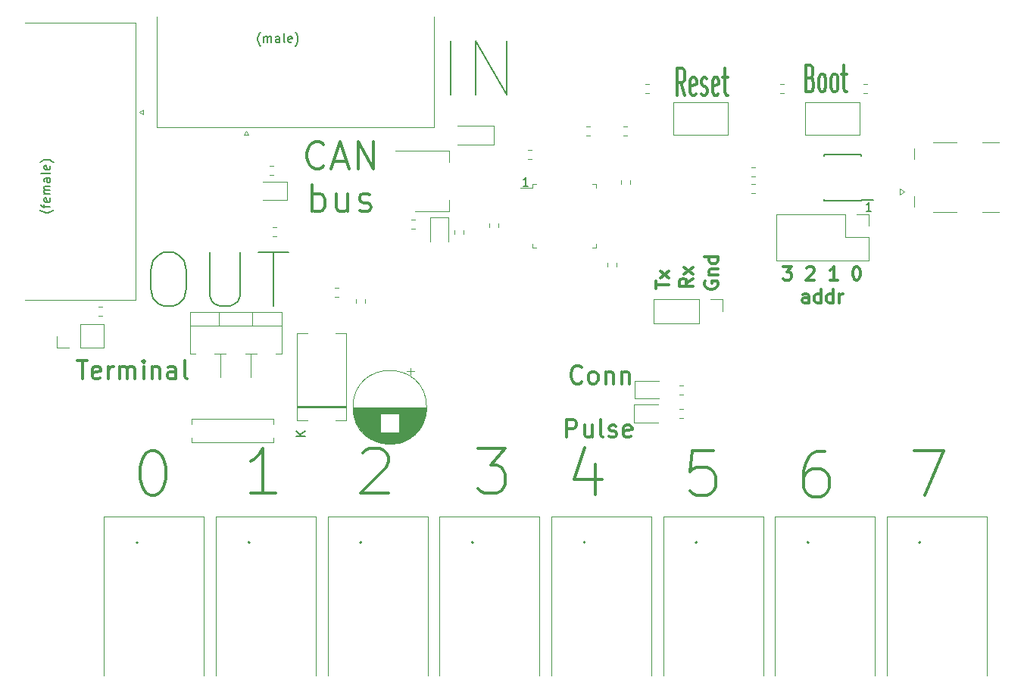
<source format=gbr>
G04 #@! TF.GenerationSoftware,KiCad,Pcbnew,(6.0.0-rc1-dev-1613-ga55d9819b)*
G04 #@! TF.CreationDate,2019-06-13T11:48:21+03:00
G04 #@! TF.ProjectId,stm32,73746d33-322e-46b6-9963-61645f706362,rev?*
G04 #@! TF.SameCoordinates,Original*
G04 #@! TF.FileFunction,Legend,Top*
G04 #@! TF.FilePolarity,Positive*
%FSLAX46Y46*%
G04 Gerber Fmt 4.6, Leading zero omitted, Abs format (unit mm)*
G04 Created by KiCad (PCBNEW (6.0.0-rc1-dev-1613-ga55d9819b)) date Чт 13 июн 2019 11:48:21*
%MOMM*%
%LPD*%
G04 APERTURE LIST*
%ADD10C,0.150000*%
%ADD11C,0.300000*%
%ADD12C,0.120000*%
%ADD13C,0.200000*%
G04 APERTURE END LIST*
D10*
X119665714Y-87828380D02*
X119094285Y-87828380D01*
X119380000Y-87828380D02*
X119380000Y-86828380D01*
X119284761Y-86971238D01*
X119189523Y-87066476D01*
X119094285Y-87114095D01*
X81311714Y-85034380D02*
X80740285Y-85034380D01*
X81026000Y-85034380D02*
X81026000Y-84034380D01*
X80930761Y-84177238D01*
X80835523Y-84272476D01*
X80740285Y-84320095D01*
X51387619Y-69362533D02*
X51340000Y-69314914D01*
X51244761Y-69172057D01*
X51197142Y-69076819D01*
X51149523Y-68933961D01*
X51101904Y-68695866D01*
X51101904Y-68505390D01*
X51149523Y-68267295D01*
X51197142Y-68124438D01*
X51244761Y-68029200D01*
X51340000Y-67886342D01*
X51387619Y-67838723D01*
X51768571Y-68981580D02*
X51768571Y-68314914D01*
X51768571Y-68410152D02*
X51816190Y-68362533D01*
X51911428Y-68314914D01*
X52054285Y-68314914D01*
X52149523Y-68362533D01*
X52197142Y-68457771D01*
X52197142Y-68981580D01*
X52197142Y-68457771D02*
X52244761Y-68362533D01*
X52340000Y-68314914D01*
X52482857Y-68314914D01*
X52578095Y-68362533D01*
X52625714Y-68457771D01*
X52625714Y-68981580D01*
X53530476Y-68981580D02*
X53530476Y-68457771D01*
X53482857Y-68362533D01*
X53387619Y-68314914D01*
X53197142Y-68314914D01*
X53101904Y-68362533D01*
X53530476Y-68933961D02*
X53435238Y-68981580D01*
X53197142Y-68981580D01*
X53101904Y-68933961D01*
X53054285Y-68838723D01*
X53054285Y-68743485D01*
X53101904Y-68648247D01*
X53197142Y-68600628D01*
X53435238Y-68600628D01*
X53530476Y-68553009D01*
X54149523Y-68981580D02*
X54054285Y-68933961D01*
X54006666Y-68838723D01*
X54006666Y-67981580D01*
X54911428Y-68933961D02*
X54816190Y-68981580D01*
X54625714Y-68981580D01*
X54530476Y-68933961D01*
X54482857Y-68838723D01*
X54482857Y-68457771D01*
X54530476Y-68362533D01*
X54625714Y-68314914D01*
X54816190Y-68314914D01*
X54911428Y-68362533D01*
X54959047Y-68457771D01*
X54959047Y-68553009D01*
X54482857Y-68648247D01*
X55292380Y-69362533D02*
X55340000Y-69314914D01*
X55435238Y-69172057D01*
X55482857Y-69076819D01*
X55530476Y-68933961D01*
X55578095Y-68695866D01*
X55578095Y-68505390D01*
X55530476Y-68267295D01*
X55482857Y-68124438D01*
X55435238Y-68029200D01*
X55340000Y-67886342D01*
X55292380Y-67838723D01*
X28265333Y-87705866D02*
X28217714Y-87753485D01*
X28074857Y-87848723D01*
X27979619Y-87896342D01*
X27836761Y-87943961D01*
X27598666Y-87991580D01*
X27408190Y-87991580D01*
X27170095Y-87943961D01*
X27027238Y-87896342D01*
X26932000Y-87848723D01*
X26789142Y-87753485D01*
X26741523Y-87705866D01*
X27217714Y-87467771D02*
X27217714Y-87086819D01*
X27884380Y-87324914D02*
X27027238Y-87324914D01*
X26932000Y-87277295D01*
X26884380Y-87182057D01*
X26884380Y-87086819D01*
X27836761Y-86372533D02*
X27884380Y-86467771D01*
X27884380Y-86658247D01*
X27836761Y-86753485D01*
X27741523Y-86801104D01*
X27360571Y-86801104D01*
X27265333Y-86753485D01*
X27217714Y-86658247D01*
X27217714Y-86467771D01*
X27265333Y-86372533D01*
X27360571Y-86324914D01*
X27455809Y-86324914D01*
X27551047Y-86801104D01*
X27884380Y-85896342D02*
X27217714Y-85896342D01*
X27312952Y-85896342D02*
X27265333Y-85848723D01*
X27217714Y-85753485D01*
X27217714Y-85610628D01*
X27265333Y-85515390D01*
X27360571Y-85467771D01*
X27884380Y-85467771D01*
X27360571Y-85467771D02*
X27265333Y-85420152D01*
X27217714Y-85324914D01*
X27217714Y-85182057D01*
X27265333Y-85086819D01*
X27360571Y-85039200D01*
X27884380Y-85039200D01*
X27884380Y-84134438D02*
X27360571Y-84134438D01*
X27265333Y-84182057D01*
X27217714Y-84277295D01*
X27217714Y-84467771D01*
X27265333Y-84563009D01*
X27836761Y-84134438D02*
X27884380Y-84229676D01*
X27884380Y-84467771D01*
X27836761Y-84563009D01*
X27741523Y-84610628D01*
X27646285Y-84610628D01*
X27551047Y-84563009D01*
X27503428Y-84467771D01*
X27503428Y-84229676D01*
X27455809Y-84134438D01*
X27884380Y-83515390D02*
X27836761Y-83610628D01*
X27741523Y-83658247D01*
X26884380Y-83658247D01*
X27836761Y-82753485D02*
X27884380Y-82848723D01*
X27884380Y-83039200D01*
X27836761Y-83134438D01*
X27741523Y-83182057D01*
X27360571Y-83182057D01*
X27265333Y-83134438D01*
X27217714Y-83039200D01*
X27217714Y-82848723D01*
X27265333Y-82753485D01*
X27360571Y-82705866D01*
X27455809Y-82705866D01*
X27551047Y-83182057D01*
X28265333Y-82372533D02*
X28217714Y-82324914D01*
X28074857Y-82229676D01*
X27979619Y-82182057D01*
X27836761Y-82134438D01*
X27598666Y-82086819D01*
X27408190Y-82086819D01*
X27170095Y-82134438D01*
X27027238Y-82182057D01*
X26932000Y-82229676D01*
X26789142Y-82324914D01*
X26741523Y-82372533D01*
X40545500Y-92472285D02*
X41688357Y-92472285D01*
X42259785Y-92758000D01*
X42831214Y-93329428D01*
X43116928Y-94472285D01*
X43116928Y-96472285D01*
X42831214Y-97615142D01*
X42259785Y-98186571D01*
X41688357Y-98472285D01*
X40545500Y-98472285D01*
X39974071Y-98186571D01*
X39402642Y-97615142D01*
X39116928Y-96472285D01*
X39116928Y-94472285D01*
X39402642Y-93329428D01*
X39974071Y-92758000D01*
X40545500Y-92472285D01*
X45688357Y-92472285D02*
X45688357Y-97329428D01*
X45974071Y-97900857D01*
X46259785Y-98186571D01*
X46831214Y-98472285D01*
X47974071Y-98472285D01*
X48545500Y-98186571D01*
X48831214Y-97900857D01*
X49116928Y-97329428D01*
X49116928Y-92472285D01*
X51116928Y-92472285D02*
X54545500Y-92472285D01*
X52831214Y-98472285D02*
X52831214Y-92472285D01*
X72612642Y-74850285D02*
X72612642Y-68850285D01*
X75469785Y-74850285D02*
X75469785Y-68850285D01*
X78898357Y-74850285D01*
X78898357Y-68850285D01*
D11*
X87312761Y-106949785D02*
X87217523Y-107045023D01*
X86931809Y-107140261D01*
X86741333Y-107140261D01*
X86455619Y-107045023D01*
X86265142Y-106854547D01*
X86169904Y-106664071D01*
X86074666Y-106283119D01*
X86074666Y-105997404D01*
X86169904Y-105616452D01*
X86265142Y-105425976D01*
X86455619Y-105235500D01*
X86741333Y-105140261D01*
X86931809Y-105140261D01*
X87217523Y-105235500D01*
X87312761Y-105330738D01*
X88455619Y-107140261D02*
X88265142Y-107045023D01*
X88169904Y-106949785D01*
X88074666Y-106759309D01*
X88074666Y-106187880D01*
X88169904Y-105997404D01*
X88265142Y-105902166D01*
X88455619Y-105806928D01*
X88741333Y-105806928D01*
X88931809Y-105902166D01*
X89027047Y-105997404D01*
X89122285Y-106187880D01*
X89122285Y-106759309D01*
X89027047Y-106949785D01*
X88931809Y-107045023D01*
X88741333Y-107140261D01*
X88455619Y-107140261D01*
X89979428Y-105806928D02*
X89979428Y-107140261D01*
X89979428Y-105997404D02*
X90074666Y-105902166D01*
X90265142Y-105806928D01*
X90550857Y-105806928D01*
X90741333Y-105902166D01*
X90836571Y-106092642D01*
X90836571Y-107140261D01*
X91788952Y-105806928D02*
X91788952Y-107140261D01*
X91788952Y-105997404D02*
X91884190Y-105902166D01*
X92074666Y-105806928D01*
X92360380Y-105806928D01*
X92550857Y-105902166D01*
X92646095Y-106092642D01*
X92646095Y-107140261D01*
X85598452Y-113109261D02*
X85598452Y-111109261D01*
X86360357Y-111109261D01*
X86550833Y-111204500D01*
X86646071Y-111299738D01*
X86741309Y-111490214D01*
X86741309Y-111775928D01*
X86646071Y-111966404D01*
X86550833Y-112061642D01*
X86360357Y-112156880D01*
X85598452Y-112156880D01*
X88455595Y-111775928D02*
X88455595Y-113109261D01*
X87598452Y-111775928D02*
X87598452Y-112823547D01*
X87693690Y-113014023D01*
X87884166Y-113109261D01*
X88169880Y-113109261D01*
X88360357Y-113014023D01*
X88455595Y-112918785D01*
X89693690Y-113109261D02*
X89503214Y-113014023D01*
X89407976Y-112823547D01*
X89407976Y-111109261D01*
X90360357Y-113014023D02*
X90550833Y-113109261D01*
X90931785Y-113109261D01*
X91122261Y-113014023D01*
X91217500Y-112823547D01*
X91217500Y-112728309D01*
X91122261Y-112537833D01*
X90931785Y-112442595D01*
X90646071Y-112442595D01*
X90455595Y-112347357D01*
X90360357Y-112156880D01*
X90360357Y-112061642D01*
X90455595Y-111871166D01*
X90646071Y-111775928D01*
X90931785Y-111775928D01*
X91122261Y-111871166D01*
X92836547Y-113014023D02*
X92646071Y-113109261D01*
X92265119Y-113109261D01*
X92074642Y-113014023D01*
X91979404Y-112823547D01*
X91979404Y-112061642D01*
X92074642Y-111871166D01*
X92265119Y-111775928D01*
X92646071Y-111775928D01*
X92836547Y-111871166D01*
X92931785Y-112061642D01*
X92931785Y-112252119D01*
X91979404Y-112442595D01*
X109815857Y-94042571D02*
X110744428Y-94042571D01*
X110244428Y-94614000D01*
X110458714Y-94614000D01*
X110601571Y-94685428D01*
X110673000Y-94756857D01*
X110744428Y-94899714D01*
X110744428Y-95256857D01*
X110673000Y-95399714D01*
X110601571Y-95471142D01*
X110458714Y-95542571D01*
X110030142Y-95542571D01*
X109887285Y-95471142D01*
X109815857Y-95399714D01*
X112458714Y-94185428D02*
X112530142Y-94114000D01*
X112673000Y-94042571D01*
X113030142Y-94042571D01*
X113173000Y-94114000D01*
X113244428Y-94185428D01*
X113315857Y-94328285D01*
X113315857Y-94471142D01*
X113244428Y-94685428D01*
X112387285Y-95542571D01*
X113315857Y-95542571D01*
X115887285Y-95542571D02*
X115030142Y-95542571D01*
X115458714Y-95542571D02*
X115458714Y-94042571D01*
X115315857Y-94256857D01*
X115173000Y-94399714D01*
X115030142Y-94471142D01*
X117958714Y-94042571D02*
X118101571Y-94042571D01*
X118244428Y-94114000D01*
X118315857Y-94185428D01*
X118387285Y-94328285D01*
X118458714Y-94614000D01*
X118458714Y-94971142D01*
X118387285Y-95256857D01*
X118315857Y-95399714D01*
X118244428Y-95471142D01*
X118101571Y-95542571D01*
X117958714Y-95542571D01*
X117815857Y-95471142D01*
X117744428Y-95399714D01*
X117673000Y-95256857D01*
X117601571Y-94971142D01*
X117601571Y-94614000D01*
X117673000Y-94328285D01*
X117744428Y-94185428D01*
X117815857Y-94114000D01*
X117958714Y-94042571D01*
X112673000Y-98092571D02*
X112673000Y-97306857D01*
X112601571Y-97164000D01*
X112458714Y-97092571D01*
X112173000Y-97092571D01*
X112030142Y-97164000D01*
X112673000Y-98021142D02*
X112530142Y-98092571D01*
X112173000Y-98092571D01*
X112030142Y-98021142D01*
X111958714Y-97878285D01*
X111958714Y-97735428D01*
X112030142Y-97592571D01*
X112173000Y-97521142D01*
X112530142Y-97521142D01*
X112673000Y-97449714D01*
X114030142Y-98092571D02*
X114030142Y-96592571D01*
X114030142Y-98021142D02*
X113887285Y-98092571D01*
X113601571Y-98092571D01*
X113458714Y-98021142D01*
X113387285Y-97949714D01*
X113315857Y-97806857D01*
X113315857Y-97378285D01*
X113387285Y-97235428D01*
X113458714Y-97164000D01*
X113601571Y-97092571D01*
X113887285Y-97092571D01*
X114030142Y-97164000D01*
X115387285Y-98092571D02*
X115387285Y-96592571D01*
X115387285Y-98021142D02*
X115244428Y-98092571D01*
X114958714Y-98092571D01*
X114815857Y-98021142D01*
X114744428Y-97949714D01*
X114673000Y-97806857D01*
X114673000Y-97378285D01*
X114744428Y-97235428D01*
X114815857Y-97164000D01*
X114958714Y-97092571D01*
X115244428Y-97092571D01*
X115387285Y-97164000D01*
X116101571Y-98092571D02*
X116101571Y-97092571D01*
X116101571Y-97378285D02*
X116173000Y-97235428D01*
X116244428Y-97164000D01*
X116387285Y-97092571D01*
X116530142Y-97092571D01*
X58459928Y-82808928D02*
X58317071Y-82951785D01*
X57888500Y-83094642D01*
X57602785Y-83094642D01*
X57174214Y-82951785D01*
X56888500Y-82666071D01*
X56745642Y-82380357D01*
X56602785Y-81808928D01*
X56602785Y-81380357D01*
X56745642Y-80808928D01*
X56888500Y-80523214D01*
X57174214Y-80237500D01*
X57602785Y-80094642D01*
X57888500Y-80094642D01*
X58317071Y-80237500D01*
X58459928Y-80380357D01*
X59602785Y-82237500D02*
X61031357Y-82237500D01*
X59317071Y-83094642D02*
X60317071Y-80094642D01*
X61317071Y-83094642D01*
X62317071Y-83094642D02*
X62317071Y-80094642D01*
X64031357Y-83094642D01*
X64031357Y-80094642D01*
X57174214Y-87894642D02*
X57174214Y-84894642D01*
X57174214Y-86037500D02*
X57459928Y-85894642D01*
X58031357Y-85894642D01*
X58317071Y-86037500D01*
X58459928Y-86180357D01*
X58602785Y-86466071D01*
X58602785Y-87323214D01*
X58459928Y-87608928D01*
X58317071Y-87751785D01*
X58031357Y-87894642D01*
X57459928Y-87894642D01*
X57174214Y-87751785D01*
X61174214Y-85894642D02*
X61174214Y-87894642D01*
X59888500Y-85894642D02*
X59888500Y-87466071D01*
X60031357Y-87751785D01*
X60317071Y-87894642D01*
X60745642Y-87894642D01*
X61031357Y-87751785D01*
X61174214Y-87608928D01*
X62459928Y-87751785D02*
X62745642Y-87894642D01*
X63317071Y-87894642D01*
X63602785Y-87751785D01*
X63745642Y-87466071D01*
X63745642Y-87323214D01*
X63602785Y-87037500D01*
X63317071Y-86894642D01*
X62888500Y-86894642D01*
X62602785Y-86751785D01*
X62459928Y-86466071D01*
X62459928Y-86323214D01*
X62602785Y-86037500D01*
X62888500Y-85894642D01*
X63317071Y-85894642D01*
X63602785Y-86037500D01*
X30893523Y-104568761D02*
X32036380Y-104568761D01*
X31464952Y-106568761D02*
X31464952Y-104568761D01*
X33464952Y-106473523D02*
X33274476Y-106568761D01*
X32893523Y-106568761D01*
X32703047Y-106473523D01*
X32607809Y-106283047D01*
X32607809Y-105521142D01*
X32703047Y-105330666D01*
X32893523Y-105235428D01*
X33274476Y-105235428D01*
X33464952Y-105330666D01*
X33560190Y-105521142D01*
X33560190Y-105711619D01*
X32607809Y-105902095D01*
X34417333Y-106568761D02*
X34417333Y-105235428D01*
X34417333Y-105616380D02*
X34512571Y-105425904D01*
X34607809Y-105330666D01*
X34798285Y-105235428D01*
X34988761Y-105235428D01*
X35655428Y-106568761D02*
X35655428Y-105235428D01*
X35655428Y-105425904D02*
X35750666Y-105330666D01*
X35941142Y-105235428D01*
X36226857Y-105235428D01*
X36417333Y-105330666D01*
X36512571Y-105521142D01*
X36512571Y-106568761D01*
X36512571Y-105521142D02*
X36607809Y-105330666D01*
X36798285Y-105235428D01*
X37084000Y-105235428D01*
X37274476Y-105330666D01*
X37369714Y-105521142D01*
X37369714Y-106568761D01*
X38322095Y-106568761D02*
X38322095Y-105235428D01*
X38322095Y-104568761D02*
X38226857Y-104664000D01*
X38322095Y-104759238D01*
X38417333Y-104664000D01*
X38322095Y-104568761D01*
X38322095Y-104759238D01*
X39274476Y-105235428D02*
X39274476Y-106568761D01*
X39274476Y-105425904D02*
X39369714Y-105330666D01*
X39560190Y-105235428D01*
X39845904Y-105235428D01*
X40036380Y-105330666D01*
X40131619Y-105521142D01*
X40131619Y-106568761D01*
X41941142Y-106568761D02*
X41941142Y-105521142D01*
X41845904Y-105330666D01*
X41655428Y-105235428D01*
X41274476Y-105235428D01*
X41084000Y-105330666D01*
X41941142Y-106473523D02*
X41750666Y-106568761D01*
X41274476Y-106568761D01*
X41084000Y-106473523D01*
X40988761Y-106283047D01*
X40988761Y-106092571D01*
X41084000Y-105902095D01*
X41274476Y-105806857D01*
X41750666Y-105806857D01*
X41941142Y-105711619D01*
X43179238Y-106568761D02*
X42988761Y-106473523D01*
X42893523Y-106283047D01*
X42893523Y-104568761D01*
X124444333Y-114609904D02*
X127777666Y-114609904D01*
X125634809Y-119609904D01*
X114490380Y-114736904D02*
X113538000Y-114736904D01*
X113061809Y-114975000D01*
X112823714Y-115213095D01*
X112347523Y-115927380D01*
X112109428Y-116879761D01*
X112109428Y-118784523D01*
X112347523Y-119260714D01*
X112585619Y-119498809D01*
X113061809Y-119736904D01*
X114014190Y-119736904D01*
X114490380Y-119498809D01*
X114728476Y-119260714D01*
X114966571Y-118784523D01*
X114966571Y-117594047D01*
X114728476Y-117117857D01*
X114490380Y-116879761D01*
X114014190Y-116641666D01*
X113061809Y-116641666D01*
X112585619Y-116879761D01*
X112347523Y-117117857D01*
X112109428Y-117594047D01*
X102028476Y-114609904D02*
X99647523Y-114609904D01*
X99409428Y-116990857D01*
X99647523Y-116752761D01*
X100123714Y-116514666D01*
X101314190Y-116514666D01*
X101790380Y-116752761D01*
X102028476Y-116990857D01*
X102266571Y-117467047D01*
X102266571Y-118657523D01*
X102028476Y-119133714D01*
X101790380Y-119371809D01*
X101314190Y-119609904D01*
X100123714Y-119609904D01*
X99647523Y-119371809D01*
X99409428Y-119133714D01*
X88836380Y-116149571D02*
X88836380Y-119482904D01*
X87645904Y-114244809D02*
X86455428Y-117816238D01*
X89550666Y-117816238D01*
X75676333Y-114355904D02*
X78771571Y-114355904D01*
X77104904Y-116260666D01*
X77819190Y-116260666D01*
X78295380Y-116498761D01*
X78533476Y-116736857D01*
X78771571Y-117213047D01*
X78771571Y-118403523D01*
X78533476Y-118879714D01*
X78295380Y-119117809D01*
X77819190Y-119355904D01*
X76390619Y-119355904D01*
X75914428Y-119117809D01*
X75676333Y-118879714D01*
X62833428Y-114832095D02*
X63071523Y-114594000D01*
X63547714Y-114355904D01*
X64738190Y-114355904D01*
X65214380Y-114594000D01*
X65452476Y-114832095D01*
X65690571Y-115308285D01*
X65690571Y-115784476D01*
X65452476Y-116498761D01*
X62595333Y-119355904D01*
X65690571Y-119355904D01*
X53117571Y-119355904D02*
X50260428Y-119355904D01*
X51689000Y-119355904D02*
X51689000Y-114355904D01*
X51212809Y-115070190D01*
X50736619Y-115546380D01*
X50260428Y-115784476D01*
X39131904Y-114609904D02*
X39608095Y-114609904D01*
X40084285Y-114848000D01*
X40322380Y-115086095D01*
X40560476Y-115562285D01*
X40798571Y-116514666D01*
X40798571Y-117705142D01*
X40560476Y-118657523D01*
X40322380Y-119133714D01*
X40084285Y-119371809D01*
X39608095Y-119609904D01*
X39131904Y-119609904D01*
X38655714Y-119371809D01*
X38417619Y-119133714D01*
X38179523Y-118657523D01*
X37941428Y-117705142D01*
X37941428Y-116514666D01*
X38179523Y-115562285D01*
X38417619Y-115086095D01*
X38655714Y-114848000D01*
X39131904Y-114609904D01*
X95571571Y-96513714D02*
X95571571Y-95656571D01*
X97071571Y-96085142D02*
X95571571Y-96085142D01*
X97071571Y-95299428D02*
X96071571Y-94513714D01*
X96071571Y-95299428D02*
X97071571Y-94513714D01*
X99738571Y-95366857D02*
X99024285Y-95866857D01*
X99738571Y-96224000D02*
X98238571Y-96224000D01*
X98238571Y-95652571D01*
X98310000Y-95509714D01*
X98381428Y-95438285D01*
X98524285Y-95366857D01*
X98738571Y-95366857D01*
X98881428Y-95438285D01*
X98952857Y-95509714D01*
X99024285Y-95652571D01*
X99024285Y-96224000D01*
X99738571Y-94866857D02*
X98738571Y-94081142D01*
X98738571Y-94866857D02*
X99738571Y-94081142D01*
X101104000Y-95680285D02*
X101032571Y-95823142D01*
X101032571Y-96037428D01*
X101104000Y-96251714D01*
X101246857Y-96394571D01*
X101389714Y-96466000D01*
X101675428Y-96537428D01*
X101889714Y-96537428D01*
X102175428Y-96466000D01*
X102318285Y-96394571D01*
X102461142Y-96251714D01*
X102532571Y-96037428D01*
X102532571Y-95894571D01*
X102461142Y-95680285D01*
X102389714Y-95608857D01*
X101889714Y-95608857D01*
X101889714Y-95894571D01*
X101532571Y-94966000D02*
X102532571Y-94966000D01*
X101675428Y-94966000D02*
X101604000Y-94894571D01*
X101532571Y-94751714D01*
X101532571Y-94537428D01*
X101604000Y-94394571D01*
X101746857Y-94323142D01*
X102532571Y-94323142D01*
X102532571Y-92966000D02*
X101032571Y-92966000D01*
X102461142Y-92966000D02*
X102532571Y-93108857D01*
X102532571Y-93394571D01*
X102461142Y-93537428D01*
X102389714Y-93608857D01*
X102246857Y-93680285D01*
X101818285Y-93680285D01*
X101675428Y-93608857D01*
X101604000Y-93537428D01*
X101532571Y-93394571D01*
X101532571Y-93108857D01*
X101604000Y-92966000D01*
X98853857Y-74890142D02*
X98353857Y-73461571D01*
X97996714Y-74890142D02*
X97996714Y-71890142D01*
X98568142Y-71890142D01*
X98711000Y-72033000D01*
X98782428Y-72175857D01*
X98853857Y-72461571D01*
X98853857Y-72890142D01*
X98782428Y-73175857D01*
X98711000Y-73318714D01*
X98568142Y-73461571D01*
X97996714Y-73461571D01*
X100068142Y-74747285D02*
X99925285Y-74890142D01*
X99639571Y-74890142D01*
X99496714Y-74747285D01*
X99425285Y-74461571D01*
X99425285Y-73318714D01*
X99496714Y-73033000D01*
X99639571Y-72890142D01*
X99925285Y-72890142D01*
X100068142Y-73033000D01*
X100139571Y-73318714D01*
X100139571Y-73604428D01*
X99425285Y-73890142D01*
X100711000Y-74747285D02*
X100853857Y-74890142D01*
X101139571Y-74890142D01*
X101282428Y-74747285D01*
X101353857Y-74461571D01*
X101353857Y-74318714D01*
X101282428Y-74033000D01*
X101139571Y-73890142D01*
X100925285Y-73890142D01*
X100782428Y-73747285D01*
X100711000Y-73461571D01*
X100711000Y-73318714D01*
X100782428Y-73033000D01*
X100925285Y-72890142D01*
X101139571Y-72890142D01*
X101282428Y-73033000D01*
X102568142Y-74747285D02*
X102425285Y-74890142D01*
X102139571Y-74890142D01*
X101996714Y-74747285D01*
X101925285Y-74461571D01*
X101925285Y-73318714D01*
X101996714Y-73033000D01*
X102139571Y-72890142D01*
X102425285Y-72890142D01*
X102568142Y-73033000D01*
X102639571Y-73318714D01*
X102639571Y-73604428D01*
X101925285Y-73890142D01*
X103068142Y-72890142D02*
X103639571Y-72890142D01*
X103282428Y-71890142D02*
X103282428Y-74461571D01*
X103353857Y-74747285D01*
X103496714Y-74890142D01*
X103639571Y-74890142D01*
X112875428Y-72937714D02*
X113089714Y-73080571D01*
X113161142Y-73223428D01*
X113232571Y-73509142D01*
X113232571Y-73937714D01*
X113161142Y-74223428D01*
X113089714Y-74366285D01*
X112946857Y-74509142D01*
X112375428Y-74509142D01*
X112375428Y-71509142D01*
X112875428Y-71509142D01*
X113018285Y-71652000D01*
X113089714Y-71794857D01*
X113161142Y-72080571D01*
X113161142Y-72366285D01*
X113089714Y-72652000D01*
X113018285Y-72794857D01*
X112875428Y-72937714D01*
X112375428Y-72937714D01*
X114089714Y-74509142D02*
X113946857Y-74366285D01*
X113875428Y-74223428D01*
X113804000Y-73937714D01*
X113804000Y-73080571D01*
X113875428Y-72794857D01*
X113946857Y-72652000D01*
X114089714Y-72509142D01*
X114304000Y-72509142D01*
X114446857Y-72652000D01*
X114518285Y-72794857D01*
X114589714Y-73080571D01*
X114589714Y-73937714D01*
X114518285Y-74223428D01*
X114446857Y-74366285D01*
X114304000Y-74509142D01*
X114089714Y-74509142D01*
X115446857Y-74509142D02*
X115304000Y-74366285D01*
X115232571Y-74223428D01*
X115161142Y-73937714D01*
X115161142Y-73080571D01*
X115232571Y-72794857D01*
X115304000Y-72652000D01*
X115446857Y-72509142D01*
X115661142Y-72509142D01*
X115804000Y-72652000D01*
X115875428Y-72794857D01*
X115946857Y-73080571D01*
X115946857Y-73937714D01*
X115875428Y-74223428D01*
X115804000Y-74366285D01*
X115661142Y-74509142D01*
X115446857Y-74509142D01*
X116375428Y-72509142D02*
X116946857Y-72509142D01*
X116589714Y-71509142D02*
X116589714Y-74080571D01*
X116661142Y-74366285D01*
X116804000Y-74509142D01*
X116946857Y-74509142D01*
D12*
X69969500Y-109763500D02*
G75*
G03X69969500Y-109763500I-4120000J0D01*
G01*
X69929500Y-109763500D02*
X61769500Y-109763500D01*
X69929500Y-109803500D02*
X61769500Y-109803500D01*
X69929500Y-109843500D02*
X61769500Y-109843500D01*
X69928500Y-109883500D02*
X61770500Y-109883500D01*
X69926500Y-109923500D02*
X61772500Y-109923500D01*
X69925500Y-109963500D02*
X61773500Y-109963500D01*
X69923500Y-110003500D02*
X61775500Y-110003500D01*
X69920500Y-110043500D02*
X61778500Y-110043500D01*
X69917500Y-110083500D02*
X61781500Y-110083500D01*
X69914500Y-110123500D02*
X61784500Y-110123500D01*
X69910500Y-110163500D02*
X61788500Y-110163500D01*
X69906500Y-110203500D02*
X61792500Y-110203500D01*
X69901500Y-110243500D02*
X61797500Y-110243500D01*
X69897500Y-110283500D02*
X61801500Y-110283500D01*
X69891500Y-110323500D02*
X61807500Y-110323500D01*
X69886500Y-110363500D02*
X61812500Y-110363500D01*
X69879500Y-110403500D02*
X61819500Y-110403500D01*
X69873500Y-110443500D02*
X61825500Y-110443500D01*
X69866500Y-110484500D02*
X66889500Y-110484500D01*
X64809500Y-110484500D02*
X61832500Y-110484500D01*
X69859500Y-110524500D02*
X66889500Y-110524500D01*
X64809500Y-110524500D02*
X61839500Y-110524500D01*
X69851500Y-110564500D02*
X66889500Y-110564500D01*
X64809500Y-110564500D02*
X61847500Y-110564500D01*
X69843500Y-110604500D02*
X66889500Y-110604500D01*
X64809500Y-110604500D02*
X61855500Y-110604500D01*
X69834500Y-110644500D02*
X66889500Y-110644500D01*
X64809500Y-110644500D02*
X61864500Y-110644500D01*
X69825500Y-110684500D02*
X66889500Y-110684500D01*
X64809500Y-110684500D02*
X61873500Y-110684500D01*
X69816500Y-110724500D02*
X66889500Y-110724500D01*
X64809500Y-110724500D02*
X61882500Y-110724500D01*
X69806500Y-110764500D02*
X66889500Y-110764500D01*
X64809500Y-110764500D02*
X61892500Y-110764500D01*
X69796500Y-110804500D02*
X66889500Y-110804500D01*
X64809500Y-110804500D02*
X61902500Y-110804500D01*
X69785500Y-110844500D02*
X66889500Y-110844500D01*
X64809500Y-110844500D02*
X61913500Y-110844500D01*
X69774500Y-110884500D02*
X66889500Y-110884500D01*
X64809500Y-110884500D02*
X61924500Y-110884500D01*
X69763500Y-110924500D02*
X66889500Y-110924500D01*
X64809500Y-110924500D02*
X61935500Y-110924500D01*
X69751500Y-110964500D02*
X66889500Y-110964500D01*
X64809500Y-110964500D02*
X61947500Y-110964500D01*
X69738500Y-111004500D02*
X66889500Y-111004500D01*
X64809500Y-111004500D02*
X61960500Y-111004500D01*
X69726500Y-111044500D02*
X66889500Y-111044500D01*
X64809500Y-111044500D02*
X61972500Y-111044500D01*
X69712500Y-111084500D02*
X66889500Y-111084500D01*
X64809500Y-111084500D02*
X61986500Y-111084500D01*
X69699500Y-111124500D02*
X66889500Y-111124500D01*
X64809500Y-111124500D02*
X61999500Y-111124500D01*
X69684500Y-111164500D02*
X66889500Y-111164500D01*
X64809500Y-111164500D02*
X62014500Y-111164500D01*
X69670500Y-111204500D02*
X66889500Y-111204500D01*
X64809500Y-111204500D02*
X62028500Y-111204500D01*
X69654500Y-111244500D02*
X66889500Y-111244500D01*
X64809500Y-111244500D02*
X62044500Y-111244500D01*
X69639500Y-111284500D02*
X66889500Y-111284500D01*
X64809500Y-111284500D02*
X62059500Y-111284500D01*
X69623500Y-111324500D02*
X66889500Y-111324500D01*
X64809500Y-111324500D02*
X62075500Y-111324500D01*
X69606500Y-111364500D02*
X66889500Y-111364500D01*
X64809500Y-111364500D02*
X62092500Y-111364500D01*
X69589500Y-111404500D02*
X66889500Y-111404500D01*
X64809500Y-111404500D02*
X62109500Y-111404500D01*
X69571500Y-111444500D02*
X66889500Y-111444500D01*
X64809500Y-111444500D02*
X62127500Y-111444500D01*
X69553500Y-111484500D02*
X66889500Y-111484500D01*
X64809500Y-111484500D02*
X62145500Y-111484500D01*
X69535500Y-111524500D02*
X66889500Y-111524500D01*
X64809500Y-111524500D02*
X62163500Y-111524500D01*
X69515500Y-111564500D02*
X66889500Y-111564500D01*
X64809500Y-111564500D02*
X62183500Y-111564500D01*
X69496500Y-111604500D02*
X66889500Y-111604500D01*
X64809500Y-111604500D02*
X62202500Y-111604500D01*
X69476500Y-111644500D02*
X66889500Y-111644500D01*
X64809500Y-111644500D02*
X62222500Y-111644500D01*
X69455500Y-111684500D02*
X66889500Y-111684500D01*
X64809500Y-111684500D02*
X62243500Y-111684500D01*
X69433500Y-111724500D02*
X66889500Y-111724500D01*
X64809500Y-111724500D02*
X62265500Y-111724500D01*
X69411500Y-111764500D02*
X66889500Y-111764500D01*
X64809500Y-111764500D02*
X62287500Y-111764500D01*
X69389500Y-111804500D02*
X66889500Y-111804500D01*
X64809500Y-111804500D02*
X62309500Y-111804500D01*
X69366500Y-111844500D02*
X66889500Y-111844500D01*
X64809500Y-111844500D02*
X62332500Y-111844500D01*
X69342500Y-111884500D02*
X66889500Y-111884500D01*
X64809500Y-111884500D02*
X62356500Y-111884500D01*
X69318500Y-111924500D02*
X66889500Y-111924500D01*
X64809500Y-111924500D02*
X62380500Y-111924500D01*
X69293500Y-111964500D02*
X66889500Y-111964500D01*
X64809500Y-111964500D02*
X62405500Y-111964500D01*
X69267500Y-112004500D02*
X66889500Y-112004500D01*
X64809500Y-112004500D02*
X62431500Y-112004500D01*
X69241500Y-112044500D02*
X66889500Y-112044500D01*
X64809500Y-112044500D02*
X62457500Y-112044500D01*
X69214500Y-112084500D02*
X66889500Y-112084500D01*
X64809500Y-112084500D02*
X62484500Y-112084500D01*
X69187500Y-112124500D02*
X66889500Y-112124500D01*
X64809500Y-112124500D02*
X62511500Y-112124500D01*
X69158500Y-112164500D02*
X66889500Y-112164500D01*
X64809500Y-112164500D02*
X62540500Y-112164500D01*
X69129500Y-112204500D02*
X66889500Y-112204500D01*
X64809500Y-112204500D02*
X62569500Y-112204500D01*
X69099500Y-112244500D02*
X66889500Y-112244500D01*
X64809500Y-112244500D02*
X62599500Y-112244500D01*
X69069500Y-112284500D02*
X66889500Y-112284500D01*
X64809500Y-112284500D02*
X62629500Y-112284500D01*
X69038500Y-112324500D02*
X66889500Y-112324500D01*
X64809500Y-112324500D02*
X62660500Y-112324500D01*
X69005500Y-112364500D02*
X66889500Y-112364500D01*
X64809500Y-112364500D02*
X62693500Y-112364500D01*
X68973500Y-112404500D02*
X66889500Y-112404500D01*
X64809500Y-112404500D02*
X62725500Y-112404500D01*
X68939500Y-112444500D02*
X66889500Y-112444500D01*
X64809500Y-112444500D02*
X62759500Y-112444500D01*
X68904500Y-112484500D02*
X66889500Y-112484500D01*
X64809500Y-112484500D02*
X62794500Y-112484500D01*
X68868500Y-112524500D02*
X66889500Y-112524500D01*
X64809500Y-112524500D02*
X62830500Y-112524500D01*
X68832500Y-112564500D02*
X62866500Y-112564500D01*
X68794500Y-112604500D02*
X62904500Y-112604500D01*
X68756500Y-112644500D02*
X62942500Y-112644500D01*
X68716500Y-112684500D02*
X62982500Y-112684500D01*
X68675500Y-112724500D02*
X63023500Y-112724500D01*
X68633500Y-112764500D02*
X63065500Y-112764500D01*
X68590500Y-112804500D02*
X63108500Y-112804500D01*
X68546500Y-112844500D02*
X63152500Y-112844500D01*
X68500500Y-112884500D02*
X63198500Y-112884500D01*
X68453500Y-112924500D02*
X63245500Y-112924500D01*
X68405500Y-112964500D02*
X63293500Y-112964500D01*
X68354500Y-113004500D02*
X63344500Y-113004500D01*
X68303500Y-113044500D02*
X63395500Y-113044500D01*
X68249500Y-113084500D02*
X63449500Y-113084500D01*
X68194500Y-113124500D02*
X63504500Y-113124500D01*
X68136500Y-113164500D02*
X63562500Y-113164500D01*
X68077500Y-113204500D02*
X63621500Y-113204500D01*
X68015500Y-113244500D02*
X63683500Y-113244500D01*
X67951500Y-113284500D02*
X63747500Y-113284500D01*
X67883500Y-113324500D02*
X63815500Y-113324500D01*
X67813500Y-113364500D02*
X63885500Y-113364500D01*
X67739500Y-113404500D02*
X63959500Y-113404500D01*
X67662500Y-113444500D02*
X64036500Y-113444500D01*
X67580500Y-113484500D02*
X64118500Y-113484500D01*
X67494500Y-113524500D02*
X64204500Y-113524500D01*
X67401500Y-113564500D02*
X64297500Y-113564500D01*
X67302500Y-113604500D02*
X64396500Y-113604500D01*
X67195500Y-113644500D02*
X64503500Y-113644500D01*
X67078500Y-113684500D02*
X64620500Y-113684500D01*
X66947500Y-113724500D02*
X64751500Y-113724500D01*
X66797500Y-113764500D02*
X64901500Y-113764500D01*
X66617500Y-113804500D02*
X65081500Y-113804500D01*
X66382500Y-113844500D02*
X65316500Y-113844500D01*
X68164500Y-105353802D02*
X68164500Y-106153802D01*
X68564500Y-105753802D02*
X67764500Y-105753802D01*
X98217500Y-109990000D02*
X98657500Y-109990000D01*
X98217500Y-111010000D02*
X98657500Y-111010000D01*
X83910000Y-139800000D02*
X83910000Y-122000000D01*
X83910000Y-122000000D02*
X95090000Y-122000000D01*
X95090000Y-122000000D02*
X95090000Y-139800000D01*
D13*
X87695000Y-124880000D02*
G75*
G03X87695000Y-124880000I-100000J0D01*
G01*
D12*
X71410000Y-139800000D02*
X71410000Y-122000000D01*
X71410000Y-122000000D02*
X82590000Y-122000000D01*
X82590000Y-122000000D02*
X82590000Y-139800000D01*
D13*
X75195000Y-124880000D02*
G75*
G03X75195000Y-124880000I-100000J0D01*
G01*
D12*
X33910000Y-139800000D02*
X33910000Y-122000000D01*
X33910000Y-122000000D02*
X45090000Y-122000000D01*
X45090000Y-122000000D02*
X45090000Y-139800000D01*
D13*
X37695000Y-124880000D02*
G75*
G03X37695000Y-124880000I-100000J0D01*
G01*
D12*
X46410000Y-139800000D02*
X46410000Y-122000000D01*
X46410000Y-122000000D02*
X57590000Y-122000000D01*
X57590000Y-122000000D02*
X57590000Y-139800000D01*
D13*
X50195000Y-124880000D02*
G75*
G03X50195000Y-124880000I-100000J0D01*
G01*
D12*
X58910000Y-139800000D02*
X58910000Y-122000000D01*
X58910000Y-122000000D02*
X70090000Y-122000000D01*
X70090000Y-122000000D02*
X70090000Y-139800000D01*
D13*
X62695000Y-124880000D02*
G75*
G03X62695000Y-124880000I-100000J0D01*
G01*
D12*
X96410000Y-139800000D02*
X96410000Y-122000000D01*
X96410000Y-122000000D02*
X107590000Y-122000000D01*
X107590000Y-122000000D02*
X107590000Y-139800000D01*
D13*
X100195000Y-124880000D02*
G75*
G03X100195000Y-124880000I-100000J0D01*
G01*
D12*
X108910000Y-139800000D02*
X108910000Y-122000000D01*
X108910000Y-122000000D02*
X120090000Y-122000000D01*
X120090000Y-122000000D02*
X120090000Y-139800000D01*
D13*
X112695000Y-124880000D02*
G75*
G03X112695000Y-124880000I-100000J0D01*
G01*
D12*
X121410000Y-139800000D02*
X121410000Y-122000000D01*
X121410000Y-122000000D02*
X132590000Y-122000000D01*
X132590000Y-122000000D02*
X132590000Y-139800000D01*
D13*
X125195000Y-124880000D02*
G75*
G03X125195000Y-124880000I-100000J0D01*
G01*
D12*
X73386500Y-80409600D02*
X77481500Y-80409600D01*
X77481500Y-80409600D02*
X77481500Y-78289600D01*
X77481500Y-78289600D02*
X73386500Y-78289600D01*
X94835000Y-74678000D02*
X94395000Y-74678000D01*
X94835000Y-73658000D02*
X94395000Y-73658000D01*
X118779000Y-73658000D02*
X119219000Y-73658000D01*
X118779000Y-74678000D02*
X119219000Y-74678000D01*
X63121000Y-97643500D02*
X63121000Y-98083500D01*
X62101000Y-97643500D02*
X62101000Y-98083500D01*
X90168000Y-94073000D02*
X90168000Y-93633000D01*
X91188000Y-94073000D02*
X91188000Y-93633000D01*
X81754000Y-82044000D02*
X81314000Y-82044000D01*
X81754000Y-81024000D02*
X81314000Y-81024000D01*
X77980000Y-89188000D02*
X77980000Y-89628000D01*
X76960000Y-89188000D02*
X76960000Y-89628000D01*
X91692000Y-84802000D02*
X91692000Y-84362000D01*
X92712000Y-84802000D02*
X92712000Y-84362000D01*
X56689500Y-111247500D02*
X55504500Y-111247500D01*
X55504500Y-111247500D02*
X55504500Y-101477500D01*
X55504500Y-101477500D02*
X56689500Y-101477500D01*
X59769500Y-111247500D02*
X60954500Y-111247500D01*
X60954500Y-111247500D02*
X60954500Y-101477500D01*
X60954500Y-101477500D02*
X59769500Y-101477500D01*
X55504500Y-109698000D02*
X60954500Y-109698000D01*
X55504500Y-109578000D02*
X60954500Y-109578000D01*
X55504500Y-109818000D02*
X60954500Y-109818000D01*
X95845000Y-109490000D02*
X93145000Y-109490000D01*
X93145000Y-109490000D02*
X93145000Y-111510000D01*
X93145000Y-111510000D02*
X95845000Y-111510000D01*
X95945000Y-106790000D02*
X93245000Y-106790000D01*
X93245000Y-106790000D02*
X93245000Y-108810000D01*
X93245000Y-108810000D02*
X95945000Y-108810000D01*
X51644000Y-86608000D02*
X54344000Y-86608000D01*
X54344000Y-86608000D02*
X54344000Y-84588000D01*
X54344000Y-84588000D02*
X51644000Y-84588000D01*
X72384000Y-91231000D02*
X72384000Y-88531000D01*
X72384000Y-88531000D02*
X70364000Y-88531000D01*
X70364000Y-88531000D02*
X70364000Y-91231000D01*
X33842000Y-103133200D02*
X33842000Y-100473200D01*
X31242000Y-103133200D02*
X33842000Y-103133200D01*
X31242000Y-100473200D02*
X33842000Y-100473200D01*
X31242000Y-103133200D02*
X31242000Y-100473200D01*
X29972000Y-103133200D02*
X28642000Y-103133200D01*
X28642000Y-103133200D02*
X28642000Y-101803200D01*
X52816500Y-113705000D02*
X43696500Y-113705000D01*
X52816500Y-111085000D02*
X43696500Y-111085000D01*
X52816500Y-113705000D02*
X52816500Y-113145000D01*
X52816500Y-111645000D02*
X52816500Y-111085000D01*
X43696500Y-113705000D02*
X43696500Y-113145000D01*
X43696500Y-111645000D02*
X43696500Y-111085000D01*
X95317000Y-97704000D02*
X95317000Y-100364000D01*
X100457000Y-97704000D02*
X95317000Y-97704000D01*
X100457000Y-100364000D02*
X95317000Y-100364000D01*
X100457000Y-97704000D02*
X100457000Y-100364000D01*
X101727000Y-97704000D02*
X103057000Y-97704000D01*
X103057000Y-97704000D02*
X103057000Y-99034000D01*
X133989000Y-80124000D02*
X132089000Y-80124000D01*
X129189000Y-80174000D02*
X126589000Y-80174000D01*
X124489000Y-82024000D02*
X124489000Y-80824000D01*
X124489000Y-87324000D02*
X124489000Y-86124000D01*
X129189000Y-87974000D02*
X126589000Y-87974000D01*
X133989000Y-87974000D02*
X132089000Y-87974000D01*
X122889000Y-85324000D02*
X123339000Y-85674000D01*
X122889000Y-86024000D02*
X122889000Y-85324000D01*
X123339000Y-85674000D02*
X122889000Y-86024000D01*
X52749000Y-89660000D02*
X53189000Y-89660000D01*
X52749000Y-90680000D02*
X53189000Y-90680000D01*
X52871500Y-83758500D02*
X52431500Y-83758500D01*
X52871500Y-82738500D02*
X52431500Y-82738500D01*
X68258400Y-88796400D02*
X68698400Y-88796400D01*
X68258400Y-89816400D02*
X68698400Y-89816400D01*
X74068400Y-89952700D02*
X74068400Y-90392700D01*
X73048400Y-89952700D02*
X73048400Y-90392700D01*
X33745300Y-99519200D02*
X33305300Y-99519200D01*
X33745300Y-98499200D02*
X33305300Y-98499200D01*
X87791000Y-78357000D02*
X88231000Y-78357000D01*
X87791000Y-79377000D02*
X88231000Y-79377000D01*
X109948000Y-74678000D02*
X109508000Y-74678000D01*
X109948000Y-73658000D02*
X109508000Y-73658000D01*
X92422000Y-79377000D02*
X91982000Y-79377000D01*
X92422000Y-78357000D02*
X91982000Y-78357000D01*
X98242500Y-107290000D02*
X98682500Y-107290000D01*
X98242500Y-108310000D02*
X98682500Y-108310000D01*
X106709500Y-85854000D02*
X106269500Y-85854000D01*
X106709500Y-84834000D02*
X106269500Y-84834000D01*
X106709500Y-83949000D02*
X106269500Y-83949000D01*
X106709500Y-82929000D02*
X106269500Y-82929000D01*
X60110500Y-97411000D02*
X59670500Y-97411000D01*
X60110500Y-96391000D02*
X59670500Y-96391000D01*
X72470800Y-87890400D02*
X72470800Y-86630400D01*
X72470800Y-81070400D02*
X72470800Y-82330400D01*
X68710800Y-87890400D02*
X72470800Y-87890400D01*
X66460800Y-81070400D02*
X72470800Y-81070400D01*
X88904000Y-84832000D02*
X88904000Y-85252000D01*
X88904000Y-91952000D02*
X88904000Y-91532000D01*
X81784000Y-91952000D02*
X81784000Y-91532000D01*
X81784000Y-84832000D02*
X82204000Y-84832000D01*
X88904000Y-91952000D02*
X88484000Y-91952000D01*
X88904000Y-84832000D02*
X88484000Y-84832000D01*
X81784000Y-85252000D02*
X80404000Y-85252000D01*
X81784000Y-84832000D02*
X81784000Y-85252000D01*
X81784000Y-91952000D02*
X82204000Y-91952000D01*
X43491000Y-99139000D02*
X53732000Y-99139000D01*
X43491000Y-103780000D02*
X44162000Y-103780000D01*
X46262000Y-103780000D02*
X47547000Y-103780000D01*
X49677000Y-103780000D02*
X50947000Y-103780000D01*
X53077000Y-103780000D02*
X53732000Y-103780000D01*
X43491000Y-99139000D02*
X43491000Y-103780000D01*
X53732000Y-99139000D02*
X53732000Y-103780000D01*
X43491000Y-100648000D02*
X53732000Y-100648000D01*
X46762000Y-99139000D02*
X46762000Y-100648000D01*
X50462000Y-99139000D02*
X50462000Y-100648000D01*
X46912000Y-103780000D02*
X46912000Y-106394000D01*
X50312000Y-103780000D02*
X50312000Y-106394000D01*
X97524000Y-75660000D02*
X103644000Y-75660000D01*
X103644000Y-75660000D02*
X103644000Y-79280000D01*
X103644000Y-79280000D02*
X97524000Y-79280000D01*
X97524000Y-79280000D02*
X97524000Y-75660000D01*
X112256000Y-75660000D02*
X118376000Y-75660000D01*
X118376000Y-75660000D02*
X118376000Y-79280000D01*
X118376000Y-79280000D02*
X112256000Y-79280000D01*
X112256000Y-79280000D02*
X112256000Y-75660000D01*
D10*
X118534000Y-86649000D02*
X118534000Y-86599000D01*
X114384000Y-86649000D02*
X114384000Y-86504000D01*
X114384000Y-81499000D02*
X114384000Y-81644000D01*
X118534000Y-81499000D02*
X118534000Y-81644000D01*
X118534000Y-86649000D02*
X114384000Y-86649000D01*
X118534000Y-81499000D02*
X114384000Y-81499000D01*
X118534000Y-86599000D02*
X119934000Y-86599000D01*
D12*
X70809000Y-66101000D02*
X70809000Y-78441000D01*
X70809000Y-78441000D02*
X39839000Y-78441000D01*
X39839000Y-78441000D02*
X39839000Y-66101000D01*
X50034000Y-79335338D02*
X49534000Y-79335338D01*
X49534000Y-79335338D02*
X49784000Y-78902325D01*
X49784000Y-78902325D02*
X50034000Y-79335338D01*
X25062500Y-66799000D02*
X37402500Y-66799000D01*
X37402500Y-66799000D02*
X37402500Y-97769000D01*
X37402500Y-97769000D02*
X25062500Y-97769000D01*
X38296838Y-76494000D02*
X38296838Y-76994000D01*
X38296838Y-76994000D02*
X37863825Y-76744000D01*
X37863825Y-76744000D02*
X38296838Y-76494000D01*
X109090000Y-88170000D02*
X109090000Y-93370000D01*
X116770000Y-88170000D02*
X109090000Y-88170000D01*
X119370000Y-93370000D02*
X109090000Y-93370000D01*
X116770000Y-88170000D02*
X116770000Y-90770000D01*
X116770000Y-90770000D02*
X119370000Y-90770000D01*
X119370000Y-90770000D02*
X119370000Y-93370000D01*
X118040000Y-88170000D02*
X119370000Y-88170000D01*
X119370000Y-88170000D02*
X119370000Y-89500000D01*
D10*
X56381880Y-112974404D02*
X55381880Y-112974404D01*
X56381880Y-112402976D02*
X55810452Y-112831547D01*
X55381880Y-112402976D02*
X55953309Y-112974404D01*
M02*

</source>
